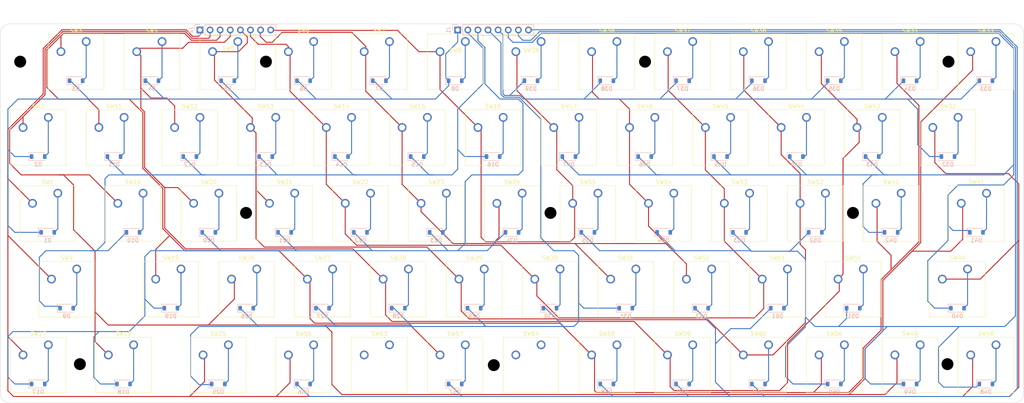
<source format=kicad_pcb>
(kicad_pcb (version 20221018) (generator pcbnew)

  (general
    (thickness 1.6)
  )

  (paper "A3")
  (layers
    (0 "F.Cu" signal)
    (31 "B.Cu" signal)
    (32 "B.Adhes" user "B.Adhesive")
    (33 "F.Adhes" user "F.Adhesive")
    (34 "B.Paste" user)
    (35 "F.Paste" user)
    (36 "B.SilkS" user "B.Silkscreen")
    (37 "F.SilkS" user "F.Silkscreen")
    (38 "B.Mask" user)
    (39 "F.Mask" user)
    (40 "Dwgs.User" user "User.Drawings")
    (41 "Cmts.User" user "User.Comments")
    (42 "Eco1.User" user "User.Eco1")
    (43 "Eco2.User" user "User.Eco2")
    (44 "Edge.Cuts" user)
    (45 "Margin" user)
    (46 "B.CrtYd" user "B.Courtyard")
    (47 "F.CrtYd" user "F.Courtyard")
    (48 "B.Fab" user)
    (49 "F.Fab" user)
    (50 "User.1" user)
    (51 "User.2" user)
    (52 "User.3" user)
    (53 "User.4" user)
    (54 "User.5" user)
    (55 "User.6" user)
    (56 "User.7" user)
    (57 "User.8" user)
    (58 "User.9" user)
  )

  (setup
    (pad_to_mask_clearance 0)
    (aux_axis_origin 83.185 188.11875)
    (grid_origin 83.185 188.11875)
    (pcbplotparams
      (layerselection 0x00010fc_ffffffff)
      (plot_on_all_layers_selection 0x0000000_00000000)
      (disableapertmacros false)
      (usegerberextensions false)
      (usegerberattributes true)
      (usegerberadvancedattributes true)
      (creategerberjobfile true)
      (dashed_line_dash_ratio 12.000000)
      (dashed_line_gap_ratio 3.000000)
      (svgprecision 4)
      (plotframeref false)
      (viasonmask false)
      (mode 1)
      (useauxorigin false)
      (hpglpennumber 1)
      (hpglpenspeed 20)
      (hpglpendiameter 15.000000)
      (dxfpolygonmode true)
      (dxfimperialunits true)
      (dxfusepcbnewfont true)
      (psnegative false)
      (psa4output false)
      (plotreference true)
      (plotvalue true)
      (plotinvisibletext false)
      (sketchpadsonfab false)
      (subtractmaskfromsilk false)
      (outputformat 1)
      (mirror false)
      (drillshape 1)
      (scaleselection 1)
      (outputdirectory "")
    )
  )

  (net 0 "")
  (net 1 "Net-(D1-K)")
  (net 2 "Net-(D1-A)")
  (net 3 "Net-(D10-A)")
  (net 4 "Net-(D10-K)")
  (net 5 "Net-(D17-K)")
  (net 6 "Net-(D17-A)")
  (net 7 "Net-(D25-K)")
  (net 8 "Net-(D25-A)")
  (net 9 "Net-(D32-K)")
  (net 10 "Net-(D33-A)")
  (net 11 "Net-(D40-K)")
  (net 12 "Net-(D41-A)")
  (net 13 "Net-(D48-K)")
  (net 14 "Net-(D49-A)")
  (net 15 "Net-(D56-K)")
  (net 16 "Net-(D56-A)")
  (net 17 "Net-(J2-Pin_1)")
  (net 18 "Net-(J2-Pin_2)")
  (net 19 "Net-(J2-Pin_3)")
  (net 20 "Net-(J2-Pin_4)")
  (net 21 "Net-(J2-Pin_5)")
  (net 22 "Net-(J2-Pin_6)")
  (net 23 "Net-(J2-Pin_7)")
  (net 24 "Net-(J2-Pin_8)")
  (net 25 "unconnected-(SW63-Pad1)")
  (net 26 "unconnected-(SW63-Pad2)")
  (net 27 "unconnected-(SW64-Pad1)")
  (net 28 "unconnected-(SW64-Pad2)")
  (net 29 "Net-(D2-A)")
  (net 30 "Net-(D3-A)")
  (net 31 "Net-(D4-A)")
  (net 32 "Net-(D5-A)")
  (net 33 "Net-(D6-A)")
  (net 34 "Net-(D7-A)")
  (net 35 "Net-(D8-A)")
  (net 36 "Net-(D9-A)")
  (net 37 "Net-(D11-A)")
  (net 38 "Net-(D12-A)")
  (net 39 "Net-(D13-A)")
  (net 40 "Net-(D14-A)")
  (net 41 "Net-(D15-A)")
  (net 42 "Net-(D16-A)")
  (net 43 "Net-(D18-A)")
  (net 44 "Net-(D19-A)")
  (net 45 "Net-(D20-A)")
  (net 46 "Net-(D21-A)")
  (net 47 "Net-(D22-A)")
  (net 48 "Net-(D23-A)")
  (net 49 "Net-(D24-A)")
  (net 50 "Net-(D26-A)")
  (net 51 "Net-(D27-A)")
  (net 52 "Net-(D28-A)")
  (net 53 "Net-(D29-A)")
  (net 54 "Net-(D30-A)")
  (net 55 "Net-(D31-A)")
  (net 56 "Net-(D32-A)")
  (net 57 "Net-(D34-A)")
  (net 58 "Net-(D35-A)")
  (net 59 "Net-(D36-A)")
  (net 60 "Net-(D37-A)")
  (net 61 "Net-(D38-A)")
  (net 62 "Net-(D39-A)")
  (net 63 "Net-(D40-A)")
  (net 64 "Net-(D42-A)")
  (net 65 "Net-(D43-A)")
  (net 66 "Net-(D44-A)")
  (net 67 "Net-(D45-A)")
  (net 68 "Net-(D46-A)")
  (net 69 "Net-(D47-A)")
  (net 70 "Net-(D48-A)")
  (net 71 "Net-(D50-A)")
  (net 72 "Net-(D51-A)")
  (net 73 "Net-(D52-A)")
  (net 74 "Net-(D53-A)")
  (net 75 "Net-(D54-A)")
  (net 76 "Net-(D55-A)")
  (net 77 "Net-(D57-A)")
  (net 78 "Net-(D58-A)")
  (net 79 "Net-(D59-A)")
  (net 80 "Net-(D60-A)")
  (net 81 "Net-(D61-A)")
  (net 82 "Net-(D62-A)")

  (footprint "Button_Switch_Keyboard:SW_Cherry_MX_1.00u_PCB" (layer "F.Cu") (at 285.75 116.36375))

  (footprint "Button_Switch_Keyboard:SW_Cherry_MX_1.00u_PCB" (layer "F.Cu") (at 261.9375 154.46375))

  (footprint "Button_Switch_Keyboard:SW_Cherry_MX_1.00u_PCB" (layer "F.Cu") (at 114.3 116.36375))

  (footprint "Button_Switch_Keyboard:SW_Cherry_MX_1.00u_PCB" (layer "F.Cu") (at 252.4125 135.41375))

  (footprint "Button_Switch_Keyboard:SW_Cherry_MX_1.25u_PCB" (layer "F.Cu") (at 140.49375 173.51375))

  (footprint "Button_Switch_Keyboard:SW_Cherry_MX_1.00u_PCB" (layer "F.Cu") (at 276.225 173.51375))

  (footprint "Button_Switch_Keyboard:SW_Cherry_MX_1.00u_PCB" (layer "F.Cu") (at 257.175 97.31375))

  (footprint "Button_Switch_Keyboard:SW_Cherry_MX_1.00u_PCB" (layer "F.Cu") (at 214.3125 135.41375))

  (footprint "Button_Switch_Keyboard:SW_Cherry_MX_1.00u_PCB" (layer "F.Cu") (at 180.975 97.31375))

  (footprint "Button_Switch_Keyboard:SW_Cherry_MX_1.00u_PCB" (layer "F.Cu") (at 200.025 173.51375))

  (footprint "Button_Switch_Keyboard:SW_Cherry_MX_1.00u_PCB" (layer "F.Cu") (at 200.025 97.31375))

  (footprint "xantronix-z32:ScrewMount" (layer "F.Cu") (at 221.435 140.36875))

  (footprint "Button_Switch_Keyboard:SW_Cherry_MX_1.00u_PCB" (layer "F.Cu") (at 233.3625 135.41375))

  (footprint "Button_Switch_Keyboard:SW_Cherry_MX_1.00u_PCB" (layer "F.Cu") (at 304.8 116.36375))

  (footprint "xantronix-z32:ScrewMount" (layer "F.Cu") (at 149.935 102.36875))

  (footprint "Button_Switch_Keyboard:SW_Cherry_MX_1.00u_PCB" (layer "F.Cu") (at 95.25 116.36375))

  (footprint "Button_Switch_Keyboard:SW_Cherry_MX_1.00u_PCB" (layer "F.Cu") (at 295.275 97.31375))

  (footprint "Button_Switch_Keyboard:SW_Cherry_MX_1.00u_PCB" (layer "F.Cu") (at 147.6375 154.46375))

  (footprint "Button_Switch_Keyboard:SW_Cherry_MX_1.00u_PCB" (layer "F.Cu") (at 152.4 116.36375))

  (footprint "Button_Switch_Keyboard:SW_Cherry_MX_1.00u_PCB" (layer "F.Cu") (at 290.5125 135.41375))

  (footprint "Button_Switch_Keyboard:SW_Cherry_MX_1.00u_PCB" (layer "F.Cu") (at 119.0625 135.41375))

  (footprint "Button_Switch_Keyboard:SW_Cherry_MX_1.00u_PCB" (layer "F.Cu") (at 142.875 97.31375))

  (footprint "Button_Switch_Keyboard:SW_Cherry_MX_1.00u_PCB" (layer "F.Cu") (at 276.225 97.31375))

  (footprint "Button_Switch_Keyboard:SW_Cherry_MX_1.00u_PCB" (layer "F.Cu") (at 323.85 116.36375))

  (footprint "Button_Switch_Keyboard:SW_Cherry_MX_1.00u_PCB" (layer "F.Cu") (at 309.5625 135.41375))

  (footprint "Button_Switch_Keyboard:SW_Cherry_MX_1.00u_PCB" (layer "F.Cu") (at 185.7375 154.46375))

  (footprint "Button_Switch_Keyboard:SW_Cherry_MX_1.25u_PCB" (layer "F.Cu") (at 97.63125 135.41375))

  (footprint "xantronix-z32:ScrewMount" (layer "F.Cu") (at 245.185 102.36875))

  (footprint "Button_Switch_Keyboard:SW_Cherry_MX_1.00u_PCB" (layer "F.Cu") (at 219.075 173.51375))

  (footprint "Button_Switch_Keyboard:SW_Cherry_MX_1.00u_PCB" (layer "F.Cu") (at 280.9875 154.46375))

  (footprint "Button_Switch_Keyboard:SW_Cherry_MX_1.00u_PCB" (layer "F.Cu") (at 204.7875 154.46375))

  (footprint "Button_Switch_Keyboard:SW_Cherry_MX_1.00u_PCB" (layer "F.Cu") (at 300.0375 154.46375))

  (footprint "Button_Switch_Keyboard:SW_Cherry_MX_1.00u_PCB" (layer "F.Cu") (at 247.65 116.36375))

  (footprint "Button_Switch_Keyboard:SW_Cherry_MX_1.00u_PCB" (layer "F.Cu") (at 257.175 173.51375))

  (footprint "Button_Switch_Keyboard:SW_Cherry_MX_1.00u_PCB" (layer "F.Cu") (at 133.35 116.36375))

  (footprint "xantronix-z32:ScrewMount" (layer "F.Cu") (at 144.935 140.36875))

  (footprint "Button_Switch_Keyboard:SW_Cherry_MX_1.00u_PCB" (layer "F.Cu") (at 161.925 173.51375))

  (footprint "xantronix-z32:ScrewMount" (layer "F.Cu") (at 207.185 178.61875))

  (footprint "Button_Switch_Keyboard:SW_Cherry_MX_1.00u_PCB" (layer "F.Cu") (at 209.55 116.36375))

  (footprint "Button_Switch_Keyboard:SW_Cherry_MX_1.00u_PCB" (layer "F.Cu") (at 95.25 173.51375))

  (footprint "Button_Switch_Keyboard:SW_Cherry_MX_1.25u_PCB" (layer "F.Cu") (at 330.99375 135.41375))

  (footprint "Button_Switch_Keyboard:SW_Cherry_MX_1.00u_PCB" (layer "F.Cu") (at 128.5875 154.46375))

  (footprint "Button_Switch_Keyboard:SW_Cherry_MX_1.00u_PCB" (layer "F.Cu") (at 333.375 173.51375))

  (footprint "Button_Switch_Keyboard:SW_Cherry_MX_1.00u_PCB" (layer "F.Cu") (at 238.125 97.31375))

  (footprint "Button_Switch_Keyboard:SW_Cherry_MX_1.00u_PCB" (layer "F.Cu") (at 223.8375 154.46375))

  (footprint "Button_Switch_Keyboard:SW_Cherry_MX_1.00u_PCB" (layer "F.Cu")
    (tstamp 976cb9ce-e631-4a07-988d-d94dca76d087)
    (at 219.075 97.31375)
    (descr "Cherry MX keyswitch, 1.00u, PCB mount, http://cherryamericas.com/wp-content/uploads/2014/12/mx_cat.pdf")
    (tags "Cherry MX keyswitch 1.00u PCB")
    (property "Sheetfile" "xantronix-z32.kicad_sch")
    (property "Sheetname" "")
    (property "ki_description" "Push button switch, generic, two pins")
    (property "ki_keywords" "switch normally-open pushbutton push-button")
    (path "/851bf40d-2439-4374-84f7-bf723570f928")
    (attr through_hole)
    (fp_text reference "SW39" (at -2.54 2.18625) (layer "F.SilkS")
        (effects (font (size 1 1) (thickness 0.15)))
      (tstamp d5e10dfc-6c80-4c29-87ff-8f995c07bd44)
    )
    (fp_text value "SW_Push" (at -2.54 12.954) (layer "F.Fab")
        (effects (font (size 1 1) (thickness 0.15)))
      (tstamp 09951611-4cf2-4b94-8060-3eafc430344b)
    )
    (fp_text user "${REFERENCE}" (at -2.54 -2.794) (layer "F.Fab")
        (effects (font (size 1 1) (thickness 0.15)))
      (tstamp a262e151-c0b8-4ff0-8430-f583f8a38708)
    )
    (fp_line (start -9.525 -1.905) (end 4.445 -1.905)
      (stroke (width 0.12) (type solid)) (layer "F.SilkS") (tstamp b548ed35-5a1a-4059-95d4-1b1e5f394396))
    (fp_line (start -9.525 12.065) (end -9.525 -1.905)
      (stroke (width 0.12) (type solid)) (layer "F.SilkS") (tstamp a06d207f-8b8a-4cc1-9395-d3e39abde248))
    (fp_line (start 4.445 -1.905) (end 4.445 12.065)
      (stroke (width 0.12) (type solid)) (layer "F.SilkS") (tstamp cc4c0b89-9955-4917-9071-7131074328be))
    (fp_line (start 4.445 12.065) (end -9.525 12.065)
      (stroke (width 0.12) (type solid)) (layer "F.SilkS") (tstamp c6c228d9-aa6a-41c6-8616-05315a4ae560))
    (fp_line (start -12.065 -4.445) (end 6.985 -4.445)
      (stroke (width 0.15) (type solid)) (layer "Dwgs.User") (tstamp 8335b5a3-2bde-4bfa-86c4-bc21c73aefed))
    (fp_line (start -12.065 14.605) (end -12.065 -4.445)
      (stroke (width 0.15) (type solid)) (layer "Dwgs.User") (tstamp 06e700b3-c8f0-40e4-bf21-82da18a210d4))
    (fp_line (start 6.985 -4.445) (end 6.985 14.605)
      (stroke (width 0.15) (type solid)) (layer "Dwgs.User") (tstamp 9ac8fcee-e069-433e-b84a-1e12f2cec511))
    (fp_line (start 6.985 14.605) (end -12.065 14.605)
      (stroke (width 0.15) (type solid)) (layer "Dwgs.User") (tstamp 4c7c7e27-7da9-47bb-9684-0674038e6521))
    (fp_line (start -9.14 -1.52) (end 4.06 -1.52)
      (stroke (width 0.05) (type solid)) (layer "F.CrtYd") (tstamp d0cf5f43-6df8-4edd-9007-69c941e5986d))
    (fp_line (start -9.14 11.68) (end -9.14 -1.52)
      (stroke (width 0.05) (type solid)) (layer "F.CrtYd") (tstamp 2eedc4a6-be3d-4666-9b81-25eda5994de4))
    (fp_line (start 4.06 -1.52) (end 4.06 11.68)
      (stroke (width 0.05) (type solid)) (layer "F.CrtYd") (tstamp 26674f43-4792-425f-af12-6fe1794cd3ad))
    (fp_line (start 4.06 11.68) (end -9.14 11.68)
      (stroke (width 0.05) (type solid)) (layer "F.CrtYd") (tstamp 4ff9c
... [491602 chars truncated]
</source>
